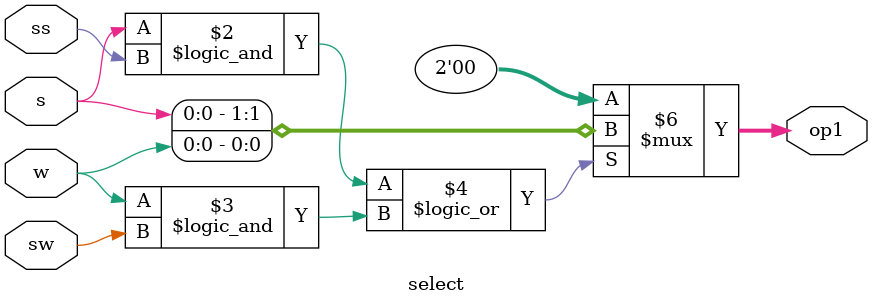
<source format=v>
module select(w, s, ss, sw, op1);
input w, s, ss, sw;
output reg [1:0]op1;

always @(*) begin
	if ((s && ss) || (w && sw))
	op1 <= {s, w};
	else op1 <= 2'b0;
end

endmodule
</source>
